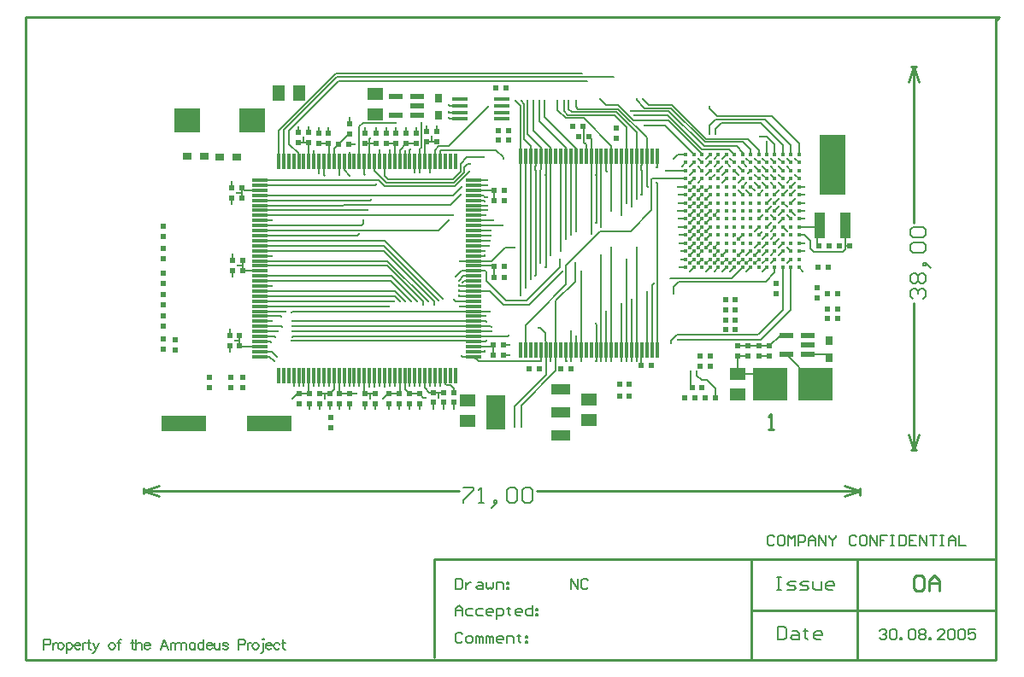
<source format=gtl>
%FSLAX42Y42*%
%MOMM*%
G71*
G01*
G75*
G04 Layer_Physical_Order=1*
%ADD10C,0.45*%
%ADD11R,0.30X1.60*%
%ADD12R,0.60X0.50*%
%ADD13R,0.50X0.60*%
%ADD14R,1.20X1.50*%
%ADD15R,1.50X1.20*%
%ADD16R,0.80X0.90*%
%ADD17R,1.60X0.30*%
%ADD18R,1.95X3.40*%
%ADD19R,1.95X1.10*%
%ADD20R,1.45X0.55*%
%ADD21R,0.90X0.80*%
%ADD22R,2.60X2.40*%
%ADD23R,1.00X2.50*%
%ADD24R,2.50X6.00*%
%ADD25R,3.50X3.20*%
%ADD26R,4.50X1.50*%
%ADD27R,1.50X0.35*%
%ADD28C,0.15*%
%ADD29C,0.25*%
%ADD30C,0.15*%
%ADD31C,0.13*%
%ADD32C,0.18*%
%ADD33C,0.30*%
%ADD34C,0.40*%
D10*
X7470Y4220D02*
D03*
X7550Y4300D02*
D03*
X7070Y4060D02*
D03*
X7310Y4380D02*
D03*
Y4300D02*
D03*
Y4220D02*
D03*
X7390Y4300D02*
D03*
X6830Y5180D02*
D03*
Y5100D02*
D03*
Y5020D02*
D03*
Y4940D02*
D03*
Y4860D02*
D03*
Y4780D02*
D03*
Y4700D02*
D03*
Y4620D02*
D03*
Y4540D02*
D03*
Y4460D02*
D03*
Y4380D02*
D03*
Y4300D02*
D03*
Y4220D02*
D03*
Y4140D02*
D03*
Y4060D02*
D03*
X6910Y5180D02*
D03*
Y5100D02*
D03*
Y5020D02*
D03*
Y4940D02*
D03*
Y4860D02*
D03*
Y4780D02*
D03*
Y4700D02*
D03*
Y4620D02*
D03*
Y4540D02*
D03*
Y4460D02*
D03*
Y4380D02*
D03*
Y4300D02*
D03*
Y4220D02*
D03*
Y4140D02*
D03*
Y4060D02*
D03*
X6990Y5180D02*
D03*
Y5100D02*
D03*
Y5020D02*
D03*
Y4940D02*
D03*
Y4860D02*
D03*
Y4780D02*
D03*
Y4700D02*
D03*
Y4620D02*
D03*
Y4540D02*
D03*
Y4460D02*
D03*
Y4380D02*
D03*
Y4300D02*
D03*
Y4220D02*
D03*
Y4140D02*
D03*
X6990Y4060D02*
D03*
X7070Y5180D02*
D03*
Y5100D02*
D03*
Y5020D02*
D03*
Y4940D02*
D03*
Y4860D02*
D03*
Y4780D02*
D03*
Y4700D02*
D03*
Y4620D02*
D03*
Y4540D02*
D03*
Y4460D02*
D03*
Y4380D02*
D03*
Y4300D02*
D03*
Y4220D02*
D03*
Y4140D02*
D03*
X7150Y5180D02*
D03*
Y5100D02*
D03*
Y5020D02*
D03*
Y4940D02*
D03*
Y4860D02*
D03*
Y4780D02*
D03*
Y4700D02*
D03*
Y4620D02*
D03*
Y4540D02*
D03*
Y4460D02*
D03*
Y4380D02*
D03*
Y4300D02*
D03*
Y4220D02*
D03*
Y4140D02*
D03*
Y4060D02*
D03*
X7230Y5180D02*
D03*
Y5100D02*
D03*
Y5020D02*
D03*
Y4940D02*
D03*
Y4860D02*
D03*
Y4780D02*
D03*
Y4700D02*
D03*
Y4620D02*
D03*
Y4540D02*
D03*
Y4460D02*
D03*
Y4380D02*
D03*
Y4300D02*
D03*
Y4220D02*
D03*
Y4140D02*
D03*
Y4060D02*
D03*
X7310Y5180D02*
D03*
Y5100D02*
D03*
Y5020D02*
D03*
Y4940D02*
D03*
Y4860D02*
D03*
Y4780D02*
D03*
Y4700D02*
D03*
Y4620D02*
D03*
Y4540D02*
D03*
Y4460D02*
D03*
Y4140D02*
D03*
Y4060D02*
D03*
X7390Y5180D02*
D03*
Y5100D02*
D03*
Y5020D02*
D03*
Y4940D02*
D03*
Y4860D02*
D03*
Y4780D02*
D03*
Y4700D02*
D03*
Y4620D02*
D03*
Y4540D02*
D03*
Y4460D02*
D03*
Y4380D02*
D03*
Y4220D02*
D03*
Y4140D02*
D03*
Y4060D02*
D03*
X7470Y5180D02*
D03*
Y5100D02*
D03*
Y5020D02*
D03*
Y4940D02*
D03*
Y4860D02*
D03*
Y4780D02*
D03*
Y4700D02*
D03*
Y4620D02*
D03*
Y4540D02*
D03*
Y4460D02*
D03*
Y4380D02*
D03*
Y4300D02*
D03*
Y4140D02*
D03*
Y4060D02*
D03*
X7550Y5180D02*
D03*
Y5100D02*
D03*
Y5020D02*
D03*
Y4940D02*
D03*
Y4860D02*
D03*
Y4780D02*
D03*
Y4700D02*
D03*
Y4620D02*
D03*
Y4540D02*
D03*
Y4460D02*
D03*
Y4380D02*
D03*
Y4220D02*
D03*
Y4140D02*
D03*
Y4060D02*
D03*
X7630Y5180D02*
D03*
Y5100D02*
D03*
Y5020D02*
D03*
Y4940D02*
D03*
Y4860D02*
D03*
Y4780D02*
D03*
Y4700D02*
D03*
Y4620D02*
D03*
Y4460D02*
D03*
Y4380D02*
D03*
Y4300D02*
D03*
Y4220D02*
D03*
Y4140D02*
D03*
Y4060D02*
D03*
X7710Y5180D02*
D03*
Y5100D02*
D03*
Y5020D02*
D03*
Y4940D02*
D03*
Y4860D02*
D03*
Y4780D02*
D03*
Y4700D02*
D03*
Y4620D02*
D03*
Y4540D02*
D03*
Y4460D02*
D03*
Y4380D02*
D03*
Y4300D02*
D03*
Y4220D02*
D03*
Y4140D02*
D03*
Y4060D02*
D03*
X7790Y5180D02*
D03*
Y5100D02*
D03*
Y5020D02*
D03*
Y4940D02*
D03*
Y4860D02*
D03*
Y4780D02*
D03*
Y4700D02*
D03*
Y4620D02*
D03*
Y4540D02*
D03*
Y4460D02*
D03*
Y4380D02*
D03*
Y4300D02*
D03*
Y4220D02*
D03*
Y4140D02*
D03*
Y4060D02*
D03*
X7870Y5180D02*
D03*
Y5100D02*
D03*
Y5020D02*
D03*
Y4940D02*
D03*
Y4860D02*
D03*
Y4780D02*
D03*
Y4700D02*
D03*
Y4540D02*
D03*
Y4460D02*
D03*
Y4380D02*
D03*
Y4300D02*
D03*
Y4220D02*
D03*
Y4140D02*
D03*
Y4060D02*
D03*
X7950Y5180D02*
D03*
Y5100D02*
D03*
Y5020D02*
D03*
Y4940D02*
D03*
Y4860D02*
D03*
Y4780D02*
D03*
Y4700D02*
D03*
Y4620D02*
D03*
Y4540D02*
D03*
Y4460D02*
D03*
Y4380D02*
D03*
Y4300D02*
D03*
Y4220D02*
D03*
Y4140D02*
D03*
Y4060D02*
D03*
X7630Y4540D02*
D03*
X7870Y4620D02*
D03*
D11*
X6493Y3240D02*
D03*
X3445Y5110D02*
D03*
X4545D02*
D03*
X4495D02*
D03*
X4445D02*
D03*
X4395D02*
D03*
X4345D02*
D03*
X4295D02*
D03*
X4245D02*
D03*
X4195D02*
D03*
X4145D02*
D03*
X4095D02*
D03*
X4045D02*
D03*
X3995D02*
D03*
X3945D02*
D03*
X3895D02*
D03*
X3845D02*
D03*
X3795D02*
D03*
X3745D02*
D03*
X3695D02*
D03*
X3645D02*
D03*
X3595D02*
D03*
X3545D02*
D03*
X3495D02*
D03*
X3395D02*
D03*
X3345D02*
D03*
X3295D02*
D03*
X3245D02*
D03*
X3195D02*
D03*
X3145D02*
D03*
X3095D02*
D03*
X3045D02*
D03*
X2995D02*
D03*
X2945D02*
D03*
X2895D02*
D03*
X2845D02*
D03*
X2795D02*
D03*
X4545Y2990D02*
D03*
X4495D02*
D03*
X4445D02*
D03*
X4395D02*
D03*
X4345D02*
D03*
X4295D02*
D03*
X4245D02*
D03*
X4195D02*
D03*
X4145D02*
D03*
X4095D02*
D03*
X4045D02*
D03*
X3995D02*
D03*
X3945D02*
D03*
X3895D02*
D03*
X3845D02*
D03*
X3795D02*
D03*
X3745D02*
D03*
X3695D02*
D03*
X3645D02*
D03*
X3595D02*
D03*
X3545D02*
D03*
X3495D02*
D03*
X3445D02*
D03*
X3395D02*
D03*
X3345D02*
D03*
X3295D02*
D03*
X3245D02*
D03*
X3195D02*
D03*
X3145D02*
D03*
X3095D02*
D03*
X3045D02*
D03*
X2995D02*
D03*
X2945D02*
D03*
X2895D02*
D03*
X2845D02*
D03*
X2795D02*
D03*
X5192Y3240D02*
D03*
X5242D02*
D03*
X5292D02*
D03*
X5342D02*
D03*
X5392D02*
D03*
X5442D02*
D03*
X5492D02*
D03*
X5542D02*
D03*
X5592D02*
D03*
X5642D02*
D03*
X5692D02*
D03*
X5742D02*
D03*
X5792D02*
D03*
X5842D02*
D03*
X5892D02*
D03*
X5942D02*
D03*
X5992D02*
D03*
X6042D02*
D03*
X6092D02*
D03*
X6142D02*
D03*
X6192D02*
D03*
X6242D02*
D03*
X6292D02*
D03*
X6342D02*
D03*
X6392D02*
D03*
X6443D02*
D03*
X6543D02*
D03*
X5192Y5160D02*
D03*
X5242D02*
D03*
X5292D02*
D03*
X5342D02*
D03*
X5392D02*
D03*
X5442D02*
D03*
X5492D02*
D03*
X5542D02*
D03*
X5592D02*
D03*
X5642D02*
D03*
X5692D02*
D03*
X5742D02*
D03*
X5792D02*
D03*
X5842D02*
D03*
X5892D02*
D03*
X5942D02*
D03*
X5992D02*
D03*
X6042D02*
D03*
X6092D02*
D03*
X6142D02*
D03*
X6192D02*
D03*
X6242D02*
D03*
X6292D02*
D03*
X6342D02*
D03*
X6392D02*
D03*
X6443D02*
D03*
X6493D02*
D03*
X6543D02*
D03*
D12*
X1650Y3350D02*
D03*
Y3250D02*
D03*
Y4250D02*
D03*
Y4150D02*
D03*
Y4470D02*
D03*
Y4370D02*
D03*
X7550Y3280D02*
D03*
Y3180D02*
D03*
X7440Y3180D02*
D03*
Y3280D02*
D03*
X7320Y3640D02*
D03*
Y3740D02*
D03*
X7220Y3740D02*
D03*
Y3640D02*
D03*
X6970Y3180D02*
D03*
Y3080D02*
D03*
X7070Y3180D02*
D03*
Y3080D02*
D03*
X2110Y2970D02*
D03*
Y2870D02*
D03*
X1770Y3340D02*
D03*
Y3240D02*
D03*
X7660Y3280D02*
D03*
Y3180D02*
D03*
X7340Y3180D02*
D03*
Y3280D02*
D03*
X7720Y3800D02*
D03*
Y3900D02*
D03*
X8130Y3860D02*
D03*
Y3760D02*
D03*
X6140Y5340D02*
D03*
Y5440D02*
D03*
X3100Y2810D02*
D03*
Y2710D02*
D03*
X3000Y2810D02*
D03*
Y2710D02*
D03*
X3750Y2810D02*
D03*
Y2710D02*
D03*
X3650Y2810D02*
D03*
Y2710D02*
D03*
X4430Y2820D02*
D03*
Y2720D02*
D03*
X4330Y2820D02*
D03*
Y2720D02*
D03*
X4260Y5310D02*
D03*
Y5410D02*
D03*
X4360Y5310D02*
D03*
Y5410D02*
D03*
X3650Y5290D02*
D03*
Y5390D02*
D03*
X3760Y5290D02*
D03*
Y5390D02*
D03*
X2990Y5300D02*
D03*
Y5400D02*
D03*
X3090Y5300D02*
D03*
Y5400D02*
D03*
X4530Y2820D02*
D03*
Y2720D02*
D03*
X4060Y5290D02*
D03*
Y5390D02*
D03*
X4160Y5290D02*
D03*
Y5390D02*
D03*
X3190Y5290D02*
D03*
Y5390D02*
D03*
X3290Y5290D02*
D03*
Y5390D02*
D03*
X3300Y2810D02*
D03*
Y2710D02*
D03*
X3200Y2810D02*
D03*
Y2710D02*
D03*
X4190Y2810D02*
D03*
Y2710D02*
D03*
X4090Y2810D02*
D03*
Y2710D02*
D03*
X3860Y5290D02*
D03*
Y5390D02*
D03*
X3960Y5290D02*
D03*
Y5390D02*
D03*
X3500Y5380D02*
D03*
Y5480D02*
D03*
X3500Y2810D02*
D03*
Y2710D02*
D03*
X3400Y2810D02*
D03*
Y2710D02*
D03*
X3990Y2810D02*
D03*
Y2710D02*
D03*
X3890Y2810D02*
D03*
Y2710D02*
D03*
X1650Y4000D02*
D03*
Y3900D02*
D03*
Y3580D02*
D03*
Y3480D02*
D03*
Y3790D02*
D03*
Y3690D02*
D03*
X2320Y2970D02*
D03*
Y2870D02*
D03*
X3310Y2470D02*
D03*
Y2570D02*
D03*
X2440Y2970D02*
D03*
Y2870D02*
D03*
D13*
X7220Y3540D02*
D03*
X7320D02*
D03*
X6270Y2900D02*
D03*
Y2780D02*
D03*
X6920Y2770D02*
D03*
X6820D02*
D03*
X6990Y2870D02*
D03*
X6890D02*
D03*
X7120Y2770D02*
D03*
X8230Y3550D02*
D03*
X8330D02*
D03*
X8230Y3650D02*
D03*
X8330D02*
D03*
X8230Y3800D02*
D03*
X8330D02*
D03*
X8450Y4270D02*
D03*
X8350D02*
D03*
X8150D02*
D03*
X8250D02*
D03*
X7020Y2770D02*
D03*
X5590Y3050D02*
D03*
X5690D02*
D03*
X8240Y4060D02*
D03*
X8140D02*
D03*
X7220Y3440D02*
D03*
X7320D02*
D03*
X2410Y3280D02*
D03*
X2310D02*
D03*
X2410Y3380D02*
D03*
X2310D02*
D03*
X4920Y3290D02*
D03*
X5020D02*
D03*
X4920Y3190D02*
D03*
X5020D02*
D03*
X4930Y4070D02*
D03*
X5030D02*
D03*
X4930Y3960D02*
D03*
X5030D02*
D03*
X4930Y4820D02*
D03*
X5030D02*
D03*
X4930Y4720D02*
D03*
X5030D02*
D03*
X2430Y4750D02*
D03*
X2330D02*
D03*
X2430Y4850D02*
D03*
X2330D02*
D03*
X2440Y4030D02*
D03*
X2340D02*
D03*
X2440Y4130D02*
D03*
X2340D02*
D03*
X3390Y5280D02*
D03*
X3490D02*
D03*
X4950Y5840D02*
D03*
X5050D02*
D03*
X5070Y5320D02*
D03*
X4970D02*
D03*
X5070Y5420D02*
D03*
X4970D02*
D03*
X5380Y3050D02*
D03*
X5280D02*
D03*
X5870Y5360D02*
D03*
X5770D02*
D03*
X5810Y5460D02*
D03*
X5710D02*
D03*
X6390Y3090D02*
D03*
X6490D02*
D03*
X6170Y2780D02*
D03*
Y2900D02*
D03*
D14*
X2800Y5790D02*
D03*
X3000D02*
D03*
D15*
X7340Y3000D02*
D03*
Y2800D02*
D03*
X4670Y2740D02*
D03*
Y2540D02*
D03*
X5870Y2550D02*
D03*
Y2750D02*
D03*
X3750Y5780D02*
D03*
Y5580D02*
D03*
D16*
X8250Y3160D02*
D03*
Y3330D02*
D03*
X4380Y5740D02*
D03*
Y5570D02*
D03*
D17*
X4730Y4125D02*
D03*
Y4025D02*
D03*
Y3975D02*
D03*
Y3875D02*
D03*
Y3825D02*
D03*
Y3775D02*
D03*
Y3725D02*
D03*
Y3675D02*
D03*
Y3625D02*
D03*
Y3525D02*
D03*
Y3475D02*
D03*
Y3425D02*
D03*
Y3375D02*
D03*
Y3325D02*
D03*
Y3225D02*
D03*
Y3175D02*
D03*
Y3275D02*
D03*
Y3575D02*
D03*
Y3925D02*
D03*
Y4075D02*
D03*
Y4225D02*
D03*
Y4575D02*
D03*
Y4825D02*
D03*
X2610Y3175D02*
D03*
Y3225D02*
D03*
Y3275D02*
D03*
Y3325D02*
D03*
Y3375D02*
D03*
Y3425D02*
D03*
Y3475D02*
D03*
Y3525D02*
D03*
Y3575D02*
D03*
Y3625D02*
D03*
Y3675D02*
D03*
Y3725D02*
D03*
Y3775D02*
D03*
Y3825D02*
D03*
Y3875D02*
D03*
Y3925D02*
D03*
Y3975D02*
D03*
Y4025D02*
D03*
Y4075D02*
D03*
Y4125D02*
D03*
Y4175D02*
D03*
Y4225D02*
D03*
Y4275D02*
D03*
Y4325D02*
D03*
Y4375D02*
D03*
Y4425D02*
D03*
Y4475D02*
D03*
Y4525D02*
D03*
Y4575D02*
D03*
Y4625D02*
D03*
Y4675D02*
D03*
Y4725D02*
D03*
Y4775D02*
D03*
Y4825D02*
D03*
Y4875D02*
D03*
Y4925D02*
D03*
X4730Y4175D02*
D03*
Y4275D02*
D03*
Y4325D02*
D03*
Y4375D02*
D03*
Y4425D02*
D03*
Y4475D02*
D03*
Y4525D02*
D03*
Y4625D02*
D03*
Y4675D02*
D03*
Y4725D02*
D03*
Y4775D02*
D03*
Y4875D02*
D03*
Y4925D02*
D03*
D18*
X4950Y2620D02*
D03*
D19*
X5590Y2850D02*
D03*
Y2620D02*
D03*
Y2390D02*
D03*
D20*
X3953Y5565D02*
D03*
Y5755D02*
D03*
X4167D02*
D03*
Y5660D02*
D03*
Y5565D02*
D03*
X8038Y3195D02*
D03*
Y3290D02*
D03*
Y3385D02*
D03*
X7822D02*
D03*
Y3195D02*
D03*
D21*
X2380Y5150D02*
D03*
X2210D02*
D03*
X2060Y5160D02*
D03*
X1890D02*
D03*
D22*
X2530Y5520D02*
D03*
X1890D02*
D03*
D23*
X8153Y4480D02*
D03*
X8407D02*
D03*
D24*
X8280Y5080D02*
D03*
D25*
X7665Y2900D02*
D03*
X8115D02*
D03*
D26*
X1855Y2510D02*
D03*
X2705D02*
D03*
D27*
X5008Y5532D02*
D03*
Y5598D02*
D03*
Y5662D02*
D03*
X4592Y5532D02*
D03*
Y5598D02*
D03*
Y5662D02*
D03*
X5008Y5728D02*
D03*
X4592D02*
D03*
D28*
X6342Y3133D02*
Y4258D01*
X6870Y4260D02*
X6910Y4300D01*
X6340Y4260D02*
X6342Y4258D01*
X6340Y3130D02*
X6342Y3133D01*
X5040Y4260D02*
X5130D01*
X4730Y4125D02*
X4905D01*
X6292Y3133D02*
Y3738D01*
X2935Y3625D02*
X4885D01*
X7190Y4020D02*
X7230Y4060D01*
X6290Y3740D02*
X6292Y3738D01*
X2920Y3610D02*
X2935Y3625D01*
X6242Y3133D02*
Y4138D01*
X4605Y4025D02*
X4840D01*
X6780Y4140D02*
X6830D01*
X6240Y4140D02*
X6242Y4138D01*
X5580Y4060D02*
Y4140D01*
X6240Y3130D02*
X6242Y3133D01*
X4550Y3970D02*
X4605Y4025D01*
X2935Y3525D02*
X4845D01*
X7270Y4100D02*
X7310Y4140D01*
X6190Y3242D02*
X6192Y3240D01*
Y3133D02*
Y3240D01*
X6190Y3130D02*
X6192Y3133D01*
X6190Y3242D02*
Y3700D01*
X4845Y3525D02*
X4850Y3520D01*
X2930Y3530D02*
X2935Y3525D01*
X6042Y3133D02*
Y3420D01*
X7350Y4100D02*
X7390Y4140D01*
X6042Y3450D02*
Y3617D01*
X6040Y3422D02*
Y3450D01*
Y3130D02*
X6042Y3133D01*
X4730Y3475D02*
X4895D01*
X5942Y3133D02*
Y3497D01*
X2935Y3425D02*
X4905D01*
X7430Y4020D02*
X7470Y4060D01*
X5940Y3130D02*
X5942Y3133D01*
X5792D02*
Y4017D01*
X4585Y3825D02*
X4890D01*
X6870Y4020D02*
X6910Y4060D01*
X5790Y3130D02*
X5792Y3133D01*
X4580Y3830D02*
X4585Y3825D01*
X5275Y3690D02*
X5603Y4017D01*
X2935Y3375D02*
X5065D01*
X7590Y4020D02*
X7630Y4060D01*
X5742Y3240D02*
Y3378D01*
X5065Y3375D02*
X5070Y3380D01*
X2930Y3370D02*
X2935Y3375D01*
X5692Y3133D02*
Y3428D01*
X5690Y3130D02*
X5692Y3133D01*
X4585Y3775D02*
X4730D01*
X4580Y3780D02*
X4585Y3775D01*
X5642Y3133D02*
Y3240D01*
Y3133D02*
X5645Y3130D01*
X4845Y3325D02*
X4850Y3330D01*
X4730Y3325D02*
X4845D01*
X5542Y3033D02*
Y3240D01*
X5200Y2480D02*
Y2690D01*
X5542Y3033D01*
X5442Y2992D02*
Y3240D01*
X7190Y4180D02*
X7230Y4220D01*
X5440Y3410D02*
X5442Y3240D01*
X5370Y3460D02*
X5390D01*
X4595Y3675D02*
X4730D01*
X5130Y2480D02*
Y2680D01*
X5442Y2992D01*
X5492Y3133D02*
Y3240D01*
X5490Y3130D02*
X5492Y3133D01*
X4835Y3225D02*
X4840Y3230D01*
X4730Y3225D02*
X4835D01*
X7510Y4180D02*
X7550Y4220D01*
X5392Y3127D02*
Y3240D01*
X4730Y3175D02*
X4778Y3127D01*
X5392D01*
X2945Y2885D02*
Y2990D01*
X2995Y2885D02*
Y2990D01*
X7750Y4180D02*
X7790Y4220D01*
X7070Y4940D02*
X7110Y4980D01*
X7350Y4820D02*
X7390Y4780D01*
X5842Y5160D02*
Y5278D01*
X5810Y5460D02*
X5820Y5450D01*
Y5300D02*
Y5450D01*
Y5300D02*
X5842Y5278D01*
X5892Y4392D02*
Y5338D01*
X6630Y5020D02*
X6830D01*
X6950Y4500D02*
X6990Y4540D01*
X7030Y4420D02*
X7070Y4460D01*
X4730Y4525D02*
X4925D01*
X5440Y4980D02*
X5442Y4983D01*
X6770Y4060D02*
X6830D01*
X5442Y4062D02*
Y4980D01*
X7030Y4500D02*
X7070Y4540D01*
X7030Y4580D02*
X7070Y4620D01*
X6420Y5470D02*
X6620D01*
X6910Y5180D01*
X5980Y5730D02*
X6040Y5670D01*
X6159D01*
X6309Y5520D01*
X4480Y5540D02*
X4488Y5532D01*
X4592D01*
X4482Y5598D02*
X4592D01*
X4480Y5600D02*
X4482Y5598D01*
X4480Y5670D02*
X4488Y5662D01*
X4592D01*
X4195Y5005D02*
Y5235D01*
X4210Y5250D02*
Y5490D01*
X4195Y5235D02*
X4210Y5250D01*
X4480Y5260D02*
X4870Y5650D01*
X4380Y5260D02*
X4480D01*
X4345Y5225D02*
X4380Y5260D01*
X4345Y5110D02*
Y5225D01*
X4395Y5225D02*
X4950D01*
X5020Y5140D02*
Y5155D01*
X4950Y5225D02*
X5020Y5155D01*
X4395Y5110D02*
Y5225D01*
X4540Y4870D02*
X4680Y5010D01*
X2610Y4925D02*
X3790D01*
X4531Y4900D02*
X4630Y4999D01*
X4670Y5090D02*
X4690D01*
X4630Y4999D02*
Y5050D01*
X3745Y5015D02*
Y5110D01*
X4630Y5050D02*
X4670Y5090D01*
X4660Y5150D02*
X4830D01*
X4598Y5008D02*
Y5088D01*
X3845Y4965D02*
Y5110D01*
X4520Y4930D02*
X4598Y5008D01*
Y5088D02*
X4660Y5150D01*
X4500Y4680D02*
X4600Y4780D01*
X2610Y4675D02*
X4250Y4679D01*
X4525Y4775D02*
X4610Y4860D01*
X2610Y4775D02*
X4525D01*
X3845Y4965D02*
X3880Y4930D01*
X4520D01*
X3860Y4900D02*
X4531D01*
X3745Y5015D02*
X3860Y4900D01*
X3790Y4925D02*
X3845Y4870D01*
X4540D01*
X3390Y5910D02*
X5850D01*
X2900Y5420D02*
X3390Y5910D01*
X2900Y5280D02*
Y5420D01*
X2845Y5426D02*
X3371Y5953D01*
X6112D01*
X2845Y5110D02*
Y5426D01*
X2795Y5415D02*
X3360Y5980D01*
X5800D01*
X2795Y5110D02*
Y5415D01*
X3630Y4490D02*
Y4530D01*
X3617Y4478D02*
X3630Y4490D01*
X2610Y4475D02*
X3617Y4478D01*
X3575Y4375D02*
X3590Y4390D01*
X2610Y4375D02*
X3575D01*
X2610Y4625D02*
X3675D01*
X3705Y4725D02*
X3710Y4730D01*
X2610Y4725D02*
X3705D01*
X3755Y4875D02*
X3760Y4880D01*
X2610Y4875D02*
X3755D01*
X3630Y5490D02*
X3960D01*
X3595Y5110D02*
Y5455D01*
X3630Y5490D01*
X3795Y5110D02*
Y5225D01*
X4045Y5110D02*
Y5225D01*
X3895Y5110D02*
Y5225D01*
X4095Y5225D02*
X4100Y5230D01*
X4095Y5110D02*
Y5225D01*
X3495Y5110D02*
Y5205D01*
X3445Y5025D02*
X3500Y4970D01*
X3445Y5025D02*
Y5110D01*
X3145D02*
Y5225D01*
X2995Y5110D02*
Y5185D01*
X2900Y5280D02*
X2995Y5185D01*
X7430Y4820D02*
X7470Y4780D01*
X7030Y4980D02*
X7070Y5020D01*
X7430Y5140D02*
X7470Y5100D01*
X6950Y5060D02*
X6990Y5020D01*
X7510Y4900D02*
X7550Y4860D01*
X7510Y4980D02*
X7550Y4940D01*
X6950Y5140D02*
X6990Y5100D01*
X7550Y5180D02*
Y5220D01*
X6400Y5730D02*
X6460Y5670D01*
X6320Y5570D02*
X6649D01*
X7260Y5230D02*
X7310Y5180D01*
X6280Y5610D02*
X6660D01*
X6309Y5520D02*
X6660D01*
X6500Y4940D02*
X6830D01*
X6490Y4930D02*
X6500Y4940D01*
X6490Y4630D02*
Y4930D01*
X5240Y3420D02*
Y3490D01*
Y3420D02*
X5242Y3417D01*
Y3240D02*
Y3417D01*
X6543Y5053D02*
Y5160D01*
X6870Y4820D02*
X6910Y4860D01*
X6540Y5050D02*
X6543Y5053D01*
X6870Y4900D02*
X6910Y4940D01*
X6540Y4900D02*
X6543Y4897D01*
Y3240D02*
Y4897D01*
X7430Y4100D02*
X7470Y4140D01*
X7030Y4820D02*
X7070Y4860D01*
X7590Y4900D02*
X7630Y4860D01*
X7590Y4980D02*
X7630Y4940D01*
X7670Y4900D02*
X7710Y4860D01*
X6420Y5640D02*
X6680D01*
X7470Y5180D02*
Y5230D01*
X6340Y5720D02*
Y5730D01*
Y5720D02*
X6420Y5640D01*
X6460Y5670D02*
X6690D01*
X7630Y5180D02*
Y5310D01*
X7560Y5360D02*
X7630D01*
X7710Y5180D02*
Y5280D01*
X7750Y4980D02*
X7790Y4940D01*
X7830Y5140D02*
X7870Y5100D01*
X7670Y5060D02*
X7710Y5020D01*
X7590Y5140D02*
X7630Y5100D01*
X7590Y5060D02*
X7630Y5020D01*
X7550Y4780D02*
X7590Y4820D01*
X7710Y4780D02*
X7750Y4820D01*
X7830Y5060D02*
X7870Y5020D01*
X7750Y5140D02*
X7790Y5100D01*
X7670Y4980D02*
X7710Y4940D01*
X7790Y4780D02*
X7830Y4820D01*
X7750Y5060D02*
X7790Y5020D01*
X7910Y5140D02*
X7950Y5100D01*
X7910Y4980D02*
X7950Y4940D01*
X7670Y5140D02*
X7710Y5100D01*
X7510Y5140D02*
X7550Y5100D01*
X7510Y5060D02*
X7550Y5020D01*
X7610Y5530D02*
X7870Y5270D01*
Y5180D02*
Y5270D01*
X7060Y5380D02*
Y5470D01*
X7120Y5530D01*
X7610D01*
X7180Y5490D02*
X7570D01*
X7790Y5180D02*
Y5270D01*
X7120Y5380D02*
Y5430D01*
X7180Y5490D01*
X7010Y5260D02*
X7330D01*
X6660Y5610D02*
X7010Y5260D01*
X7018Y5303D02*
X7397D01*
X6680Y5640D02*
X7018Y5303D01*
X7030Y5330D02*
X7440D01*
X6690Y5670D02*
X7030Y5330D01*
X6989Y5230D02*
X7260D01*
X6649Y5570D02*
X6989Y5230D01*
X7270Y5140D02*
X7310Y5100D01*
X7350Y5060D02*
X7390Y5020D01*
X6830Y5180D02*
Y5190D01*
X6750Y5180D02*
X6830D01*
X6710Y5140D02*
X6750Y5180D01*
X7390D02*
Y5200D01*
X7330Y5260D02*
X7390Y5200D01*
X7397Y5303D02*
X7470Y5230D01*
X7440Y5330D02*
X7550Y5220D01*
X6660Y5520D02*
X6990Y5190D01*
X7570Y5490D02*
X7790Y5270D01*
X6790Y5060D02*
X6830Y5100D01*
X6870Y5060D02*
X6910Y5100D01*
X6870Y4980D02*
X6910Y5020D01*
X6950Y4900D02*
X6990Y4940D01*
X7030Y5140D02*
X7070Y5180D01*
X7190Y4900D02*
X7230Y4940D01*
X7190Y4980D02*
X7230Y5020D01*
X7030Y5060D02*
X7070Y5100D01*
X7110Y5060D02*
X7150Y5100D01*
X7190Y5140D02*
X7230Y5180D01*
X7110Y5140D02*
X7150Y5180D01*
X7440Y4990D02*
X7470Y5020D01*
X7470Y4860D02*
X7510Y4820D01*
X7670Y4420D02*
X7710Y4460D01*
X7670Y4420D02*
X7670D01*
X7120Y2770D02*
Y2860D01*
X6940Y2990D02*
Y3030D01*
X7040Y2940D02*
X7120Y2860D01*
X6990Y2940D02*
X7040D01*
X6940Y2990D02*
X6990Y2940D01*
X6880Y2880D02*
X6890Y2870D01*
X7950Y4540D02*
X8000D01*
X7870Y4780D02*
X7910Y4820D01*
X7870Y4860D02*
X7910Y4900D01*
X7230Y5100D02*
X7270Y5060D01*
X7390Y5100D02*
X7430Y5060D01*
X2610Y4425D02*
X4375D01*
X4480Y4530D01*
X4450Y4580D02*
X4520D01*
X2610Y4575D02*
X4450Y4580D01*
X4250Y4680D02*
X4500D01*
X7630Y4700D02*
Y4700D01*
X7950Y4060D02*
X7990Y4020D01*
X7830Y4100D02*
X7870Y4140D01*
X7830Y4100D02*
X7830D01*
X7790Y4300D02*
X7790D01*
X7750Y4260D02*
X7790Y4300D01*
X7670Y4340D02*
X7710Y4380D01*
X7550Y4380D02*
X7590Y4420D01*
X7550Y4380D02*
Y4380D01*
X7630Y4380D02*
X7630D01*
X7590Y4340D02*
X7630Y4380D01*
X7630Y4300D02*
X7630D01*
X7590Y4260D02*
X7630Y4300D01*
X7710Y4380D02*
X7710D01*
X7670Y4500D02*
Y4500D01*
X7630Y4460D02*
X7670Y4500D01*
X7710Y4540D02*
X7710D01*
X7790Y4620D02*
X7790D01*
X7830Y4260D02*
X7870Y4220D01*
X7710Y4300D02*
X7750Y4340D01*
X7710Y4300D02*
Y4300D01*
X7790Y4460D02*
X7830Y4420D01*
X7830Y4580D02*
X7870Y4540D01*
X7630D02*
X7630D01*
X7550D02*
Y4540D01*
X7710Y4700D02*
Y4700D01*
X7870Y4860D02*
Y4860D01*
X8407Y4237D02*
Y4480D01*
Y4270D02*
X8450D01*
X7950Y4380D02*
X8000D01*
X8380Y4210D02*
X8407Y4237D01*
X8100Y4210D02*
X8380D01*
X8060Y4250D02*
X8100Y4210D01*
X8060Y4250D02*
Y4320D01*
X8000Y4380D02*
X8060Y4320D01*
X8133Y4460D02*
X8153Y4480D01*
X8133Y4287D02*
X8150Y4270D01*
X8133Y4287D02*
Y4460D01*
X7950D02*
X8133D01*
X7310Y4380D02*
X7310D01*
X7298Y4368D02*
X7310Y4380D01*
X2410Y3280D02*
Y3380D01*
X2360Y3330D02*
X2410D01*
X2440Y4030D02*
Y4130D01*
X2390Y4080D02*
X2440D01*
X2430Y4750D02*
Y4850D01*
X2380Y4800D02*
X2430D01*
X2990Y5300D02*
X3090D01*
X3040D02*
Y5350D01*
X3650Y5290D02*
X3760D01*
X3690Y5330D02*
X3700Y5340D01*
X3690Y5290D02*
Y5330D01*
Y5290D02*
X3695Y5285D01*
Y5110D02*
Y5285D01*
X4260Y5310D02*
X4360D01*
X4310D02*
Y5360D01*
X4930Y4720D02*
Y4820D01*
X4925Y4825D02*
X4930Y4820D01*
X4930Y4720D02*
X4930Y4720D01*
X4730Y4825D02*
X4925D01*
X4730Y4575D02*
X4845D01*
X4730Y4225D02*
X4835D01*
X4930Y3960D02*
Y4070D01*
X4730Y4075D02*
X4925D01*
X4930Y4070D02*
X4930Y4070D01*
X4925Y4075D02*
X4930Y4070D01*
X4635Y3925D02*
X4730D01*
X4620Y3910D02*
X4635Y3925D01*
X4730Y3575D02*
X4845D01*
X5020Y3190D02*
X5080D01*
X5020Y3290D02*
X5080D01*
X4920Y3190D02*
Y3290D01*
X4905Y3275D02*
X4920Y3290D01*
X4730Y3275D02*
X4905D01*
X4295Y2885D02*
Y2990D01*
X4145Y2885D02*
Y2990D01*
X2310Y3220D02*
Y3280D01*
X2310Y3380D02*
Y3440D01*
X2415Y3275D02*
X2610D01*
X2410Y3380D02*
X2410Y3380D01*
X2410Y3280D02*
X2415Y3275D01*
X2610Y3525D02*
X2725D01*
X2610Y3875D02*
X2725D01*
X2340Y3970D02*
Y4030D01*
Y3970D02*
X2340Y3970D01*
X2340Y4130D02*
Y4190D01*
X2445Y4025D02*
X2610D01*
X2440Y4030D02*
X2440Y4030D01*
X2440Y4030D02*
X2445Y4025D01*
X2610Y4175D02*
X2725D01*
X2610Y4525D02*
X2725D01*
X2330Y4690D02*
Y4750D01*
Y4850D02*
Y4910D01*
X2430Y4850D02*
X2455Y4825D01*
X2610D01*
X3345Y5235D02*
X3490Y5380D01*
X3500D01*
X3345Y5110D02*
Y5235D01*
X3490Y5280D02*
X3550D01*
X3500Y5480D02*
Y5540D01*
X4360Y5410D02*
Y5460D01*
X4260D02*
X4260Y5460D01*
Y5410D02*
Y5460D01*
X4060Y5290D02*
X4160D01*
X3995Y5225D02*
X4060Y5290D01*
X3995Y5110D02*
Y5225D01*
X3945Y5110D02*
Y5275D01*
X3860Y5290D02*
X3960D01*
X3945Y5275D02*
X3960Y5290D01*
X3295Y5110D02*
Y5285D01*
X3190Y5290D02*
X3290D01*
X3290Y5290D01*
X3295Y5285D01*
X3090Y5300D02*
X3095Y5295D01*
Y5110D02*
Y5295D01*
X2990Y5400D02*
Y5450D01*
X3090Y5400D02*
Y5450D01*
X3190Y5440D02*
X3190Y5440D01*
Y5390D02*
Y5440D01*
X3290Y5390D02*
Y5440D01*
X3650Y5390D02*
Y5440D01*
X3760Y5390D02*
Y5440D01*
X3860Y5390D02*
Y5440D01*
X3960Y5390D02*
Y5440D01*
X4160Y5390D02*
Y5440D01*
X4060Y5390D02*
Y5440D01*
X3195Y4995D02*
Y5110D01*
X4145Y5005D02*
Y5110D01*
X4245D02*
Y5295D01*
X4260Y5310D02*
X4260Y5310D01*
X4245Y5295D02*
X4260Y5310D01*
X4295Y5005D02*
Y5110D01*
X3295Y2885D02*
Y2990D01*
X3445Y2885D02*
Y2990D01*
X3495Y2885D02*
Y2990D01*
X3400Y2810D02*
X3570D01*
X3145Y2885D02*
Y2990D01*
X3245Y2885D02*
Y2990D01*
X3545Y2885D02*
Y2990D01*
X2930Y2760D02*
X2980Y2810D01*
X3595Y2885D02*
Y2990D01*
X3045Y2885D02*
Y2990D01*
X3195Y2885D02*
Y2990D01*
X3345Y2855D02*
Y2990D01*
X3200Y2810D02*
X3300D01*
X3300Y2810D02*
X3345Y2855D01*
X3300Y2810D02*
X3300Y2810D01*
X3250Y2760D02*
Y2810D01*
X3740Y2880D02*
Y2985D01*
X3695Y2885D02*
Y2990D01*
X3690Y2880D02*
X3695Y2885D01*
X3740Y2985D02*
X3745Y2990D01*
X3795Y2885D02*
Y2990D01*
X3845D02*
X3850Y2985D01*
Y2880D02*
Y2985D01*
X3895Y2885D02*
Y2990D01*
X3945Y2885D02*
Y2990D01*
X4395Y2885D02*
Y2990D01*
X4345Y2885D02*
Y2990D01*
X4195Y2885D02*
Y2990D01*
X4095Y2885D02*
Y2990D01*
X2980Y2810D02*
X3100D01*
Y2660D02*
Y2710D01*
X3200Y2660D02*
Y2710D01*
X3300Y2660D02*
Y2710D01*
Y2660D02*
X3300Y2660D01*
X3400Y2660D02*
Y2710D01*
X3500Y2660D02*
Y2710D01*
Y2660D02*
X3500Y2660D01*
X3650Y2810D02*
X3750D01*
X3700Y2760D02*
Y2810D01*
X3650Y2660D02*
Y2710D01*
X3650Y2660D02*
X3650Y2660D01*
X3750Y2660D02*
Y2710D01*
X3880Y2810D02*
X3990D01*
X3830Y2760D02*
X3880Y2810D01*
X4530Y2660D02*
Y2720D01*
X4430Y2660D02*
Y2720D01*
X4330Y2660D02*
Y2720D01*
X3890Y2660D02*
Y2710D01*
X3990Y2660D02*
Y2710D01*
X4090Y2660D02*
Y2710D01*
X4190Y2660D02*
Y2710D01*
X4290Y2820D02*
X4430D01*
X4380Y2770D02*
Y2820D01*
X4245Y2865D02*
Y2990D01*
X4230Y2770D02*
X4250D01*
X4190Y2810D02*
X4230Y2770D01*
X4090Y2810D02*
X4190D01*
X4530Y2820D02*
Y2860D01*
X4445Y2905D02*
Y2990D01*
X4500Y2890D02*
X4530Y2860D01*
X4460Y2890D02*
X4500D01*
X4445Y2905D02*
X4460Y2890D01*
X2705Y3175D02*
X2750Y3130D01*
X2610Y3175D02*
X2705D01*
X2725Y3225D02*
X2780Y3170D01*
X2610Y3225D02*
X2725D01*
X2715Y3325D02*
X2720Y3320D01*
X2610Y3325D02*
X2715D01*
X2755Y3375D02*
X2760Y3370D01*
X2610Y3375D02*
X2755D01*
X2785Y3425D02*
X2790Y3430D01*
X2610Y3425D02*
X2785D01*
X2825Y3475D02*
X2830Y3470D01*
X2610Y3475D02*
X2825D01*
X2815Y3575D02*
X2820Y3570D01*
X2610Y3575D02*
X2815D01*
X2855Y3625D02*
X2860Y3620D01*
X2610Y3625D02*
X2855D01*
X3885Y3675D02*
X3890Y3670D01*
X2610Y3675D02*
X3885D01*
X2610Y3725D02*
X3935D01*
X3945Y3775D02*
X4000Y3720D01*
X2610Y3775D02*
X3945D01*
X3945Y3825D02*
X4050Y3720D01*
X2610Y3825D02*
X3945D01*
X3905Y3925D02*
X4110Y3720D01*
X2610Y3925D02*
X3905D01*
X3915Y3975D02*
X4170Y3720D01*
X2610Y3975D02*
X3915D01*
X4230Y3690D02*
Y3720D01*
X2610Y4075D02*
X3875D01*
X3875Y4125D02*
X4280Y3720D01*
X2610Y4125D02*
X3875D01*
X4340Y3690D02*
Y3720D01*
X2610Y4225D02*
X3835D01*
X3835Y4275D02*
X4380Y3730D01*
X2610Y4275D02*
X3835D01*
X3845Y4325D02*
X4420Y3750D01*
X2610Y4325D02*
X3845D01*
X4245Y2865D02*
X4290Y2820D01*
X4045Y2855D02*
Y2990D01*
Y2855D02*
X4090Y2810D01*
X3995Y2815D02*
Y2990D01*
X3990Y2810D02*
X3995Y2815D01*
X3750Y2810D02*
X3750Y2810D01*
X3645Y2815D02*
Y2990D01*
Y2815D02*
X3650Y2810D01*
X3395Y2815D02*
X3400Y2810D01*
X3395Y2815D02*
Y2990D01*
X3095Y2815D02*
Y2990D01*
Y2815D02*
X3100Y2810D01*
X5592Y5022D02*
Y5160D01*
X6443Y4867D02*
Y5347D01*
X6750Y4860D02*
X6830D01*
X6443Y4867D02*
X6450Y4860D01*
X5740Y5650D02*
Y5710D01*
X6342Y4742D02*
Y5397D01*
X6870Y4740D02*
X6910Y4780D01*
X6340Y4740D02*
X6342Y4742D01*
X5670Y5630D02*
Y5710D01*
X6242Y4703D02*
Y5450D01*
X6760Y4700D02*
X6830D01*
X6240Y4700D02*
X6242Y4703D01*
X5620Y5610D02*
Y5710D01*
X6092Y4622D02*
Y5267D01*
X6750Y4620D02*
X6830D01*
X6090Y4620D02*
X6092Y4622D01*
X5560Y5620D02*
Y5710D01*
X5430Y5550D02*
Y5710D01*
X5640Y4340D02*
Y5250D01*
X5380Y5510D02*
X5640Y5250D01*
X6870Y4340D02*
X6910Y4380D01*
X5380Y5510D02*
Y5710D01*
X4730Y4725D02*
X4825D01*
X4840Y4710D01*
X5492Y5033D02*
Y5247D01*
X5320Y5420D02*
Y5710D01*
X5392Y5033D02*
Y5247D01*
X5260Y5380D02*
Y5710D01*
X5292Y3942D02*
Y5267D01*
X7030Y4100D02*
X7070Y4140D01*
X5200Y5710D02*
X5230Y5680D01*
X4730Y4375D02*
X4895D01*
X5192Y3783D02*
Y5658D01*
X7190Y4100D02*
X7230Y4140D01*
X5140Y5710D02*
X5192Y5658D01*
X5190Y3780D02*
X5192Y3783D01*
X4730Y4275D02*
X4875D01*
X5740Y5650D02*
X5760Y5630D01*
X6160D01*
X6443Y5347D01*
X5670Y5630D02*
X5700Y5600D01*
X6140D01*
X6342Y5397D01*
X6122Y5570D02*
X6242Y5450D01*
X5620Y5610D02*
X5660Y5570D01*
X6122D01*
X5560Y5620D02*
X5640Y5540D01*
X5820D01*
X6092Y5267D01*
X5870Y5360D02*
X5892Y5338D01*
X5742Y4422D02*
Y5238D01*
X5740Y5158D02*
X5742Y5160D01*
X6870Y4420D02*
X6910Y4460D01*
X5740Y4420D02*
X5742Y4422D01*
X4730Y4875D02*
X4865D01*
X5430Y5550D02*
X5742Y5238D01*
X5640Y5158D02*
X5642Y5160D01*
X5490Y5158D02*
X5492Y5160D01*
X5320Y5420D02*
X5492Y5247D01*
X5390Y5158D02*
X5392Y5160D01*
X5260Y5380D02*
X5392Y5247D01*
X5290Y5158D02*
X5292Y5160D01*
X5230Y5330D02*
Y5680D01*
Y5330D02*
X5292Y5267D01*
X5240Y5158D02*
X5242Y5160D01*
X5190Y5158D02*
X5192Y5160D01*
X7550Y3180D02*
X7660D01*
X7340Y3180D02*
X7440D01*
X7340Y3000D02*
Y3180D01*
Y3000D02*
X7565D01*
X7665Y2900D01*
X8215Y3195D02*
X8250Y3160D01*
X8038Y3195D02*
X8215D01*
X8115Y2900D02*
Y2905D01*
X7822Y3195D02*
X7825D01*
X8115Y2905D01*
X7765Y3385D02*
X7822D01*
X7340Y3280D02*
X7440D01*
X7440Y3280D01*
X7550D01*
X7660D01*
X7765Y3385D01*
X7550Y4460D02*
X7550D01*
X7710Y4780D02*
Y4780D01*
X7790Y4780D02*
Y4780D01*
X6990Y5180D02*
Y5190D01*
X7950Y5180D02*
Y5290D01*
X7060Y5640D02*
Y5650D01*
X7630Y5360D02*
X7710Y5280D01*
X7060Y5640D02*
X7140Y5560D01*
X7680D01*
X7950Y5290D01*
X7950Y5100D02*
X7950D01*
X3875Y4075D02*
X4230Y3720D01*
X3835Y4225D02*
X4340Y3720D01*
X2920Y3330D02*
X4725D01*
X2930Y3480D02*
X4725D01*
X7670Y4180D02*
X7710Y4220D01*
X6950Y4740D02*
X6990Y4780D01*
X6760Y3920D02*
X7620D01*
X6710Y3870D02*
X6760Y3920D01*
X7790Y4220D02*
X7790D01*
X7620Y3920D02*
X7710Y4010D01*
X7710Y4220D02*
X7710D01*
X7630D02*
X7630D01*
X7710Y4140D02*
X7710D01*
X6390Y3238D02*
X6392Y3240D01*
X6390Y3090D02*
Y3238D01*
X5740Y5040D02*
Y5158D01*
X7070Y4140D02*
X7070D01*
X7150D02*
X7150D01*
X7230D02*
X7230D01*
X7310D02*
X7310D01*
X7390D02*
X7390D01*
X7150Y4220D02*
X7150D01*
X7230D02*
X7230D01*
X7390D02*
X7390D01*
X7070Y4300D02*
X7070D01*
X7150D02*
X7150D01*
X7550Y4220D02*
X7550D01*
X7470Y4140D02*
X7470D01*
X7550D02*
X7550D01*
X7390Y4380D02*
X7390D01*
X7630Y4140D02*
X7630D01*
X6760Y4540D02*
X6830D01*
X6910Y4060D02*
X6910D01*
X7150D02*
X7150D01*
X7230D02*
X7230D01*
X7310D02*
X7310D01*
X7390D02*
X7390D01*
X7470D02*
X7470D01*
X7630D02*
X7630D01*
X6190Y5158D02*
X6192Y5160D01*
X5340Y5158D02*
X5342Y5160D01*
X7030Y4260D02*
X7070Y4300D01*
X7350Y4180D02*
X7390Y4220D01*
X5640Y4080D02*
X5980Y4420D01*
X6280D01*
X6490Y4630D01*
X6443Y3240D02*
Y3817D01*
X7110Y4020D02*
X7150Y4060D01*
X5990Y4460D02*
X5992Y4462D01*
X6760Y4460D02*
X6830D01*
X5992Y4462D02*
Y5160D01*
X4725Y3480D02*
X4730Y3475D01*
X4725Y3330D02*
X4730Y3325D01*
X3245Y4975D02*
Y5110D01*
Y4975D02*
X3250Y4970D01*
X3395Y4985D02*
Y5110D01*
Y4985D02*
X3400Y4980D01*
X3645Y4985D02*
X3650Y4980D01*
X3645Y4985D02*
Y5110D01*
X7790Y4540D02*
X7790D01*
X6950Y4340D02*
X6990Y4380D01*
X7030Y4340D02*
X7070Y4380D01*
X7110Y4580D02*
X7150Y4620D01*
X6950Y4580D02*
X6990Y4620D01*
X7110Y4260D02*
X7150Y4300D01*
X4825Y4775D02*
X4840Y4760D01*
X7030Y4740D02*
X7070Y4780D01*
X6950Y4820D02*
X6990Y4860D01*
X7030Y4660D02*
X7070Y4700D01*
X6950Y4660D02*
X6990Y4700D01*
X4615Y3175D02*
X4730D01*
X4610Y3180D02*
X4615Y3175D01*
X6710Y3800D02*
Y3870D01*
X7710Y4010D02*
Y4060D01*
X5240Y3490D02*
X5350Y3600D01*
Y3600D02*
X5640Y3890D01*
Y4080D01*
X5390Y3460D02*
X5440Y3410D01*
X7570Y3340D02*
X7870Y3640D01*
X6040Y3422D02*
X6042Y3420D01*
X6680Y3310D02*
Y3330D01*
X7555Y3405D02*
X7790Y3640D01*
X6740Y3390D02*
X7540D01*
X7540D02*
X7555Y3405D01*
X7790Y3640D02*
Y4060D01*
X6680Y3330D02*
X6740Y3390D01*
X6750Y3340D02*
X7570D01*
X7870Y3640D02*
Y4060D01*
X6950Y4420D02*
X6990Y4460D01*
X7350Y4340D02*
X7390Y4380D01*
X7590Y4100D02*
X7630Y4140D01*
X6670Y3950D02*
X7280D01*
X7390Y4060D01*
X7590Y4180D02*
X7630Y4220D01*
X7510Y4100D02*
X7550Y4140D01*
X7670Y4100D02*
X7710Y4140D01*
X7510Y4420D02*
X7550Y4460D01*
X6770Y4300D02*
X6830D01*
X4840Y4025D02*
X4850Y4015D01*
X5025Y3690D02*
X5275D01*
X4890Y3825D02*
X5025Y3690D01*
X5540Y3730D02*
X5730Y3920D01*
X5540Y3460D02*
Y3730D01*
X4835Y4175D02*
X4840Y4180D01*
X7270Y4020D02*
X7310Y4060D01*
X4730Y4175D02*
X4835D01*
X5050Y3730D02*
X5250D01*
X4850Y3930D02*
X5050Y3730D01*
X4850Y3930D02*
Y4015D01*
X5250Y3730D02*
X5580Y4060D01*
X4905Y4125D02*
X5040Y4260D01*
X4590Y4120D02*
X4725D01*
X4730Y4125D01*
Y4475D02*
X5015D01*
X6870Y4100D02*
X6910Y4140D01*
X5390Y4100D02*
Y5030D01*
X4730Y4325D02*
X4885D01*
X7110Y4100D02*
X7150Y4140D01*
X5240Y3860D02*
Y5158D01*
X4730Y4425D02*
X4895D01*
X5342Y3983D02*
Y5030D01*
Y5070D02*
Y5160D01*
X5340Y5030D02*
Y5067D01*
X5342Y5070D01*
X6950Y4100D02*
X6990Y4140D01*
X5442Y4983D02*
Y5022D01*
Y5030D02*
Y5160D01*
X5690Y5047D02*
X5692Y5050D01*
X6192Y5080D02*
Y5160D01*
X6190Y5078D02*
X6192Y5080D01*
X5940Y5158D02*
X5942Y5160D01*
X6192Y4583D02*
Y5040D01*
X6190D02*
Y5078D01*
X6870Y4580D02*
X6910Y4620D01*
X6392Y4783D02*
Y5030D01*
Y5080D02*
Y5160D01*
X6390Y5030D02*
Y5078D01*
X6760Y4780D02*
X6830D01*
X6390Y5078D02*
X6392Y5080D01*
X6292Y4662D02*
Y5030D01*
Y5070D02*
Y5160D01*
X6870Y4660D02*
X6910Y4700D01*
X6290Y5030D02*
Y5067D01*
X6292Y5070D01*
X6042Y5017D02*
X6050Y5010D01*
X6042Y5017D02*
Y5160D01*
X4730Y4925D02*
X4865D01*
X5942Y4503D02*
Y4980D01*
X6870Y4500D02*
X6910Y4540D01*
X5940Y4980D02*
X5942Y4983D01*
Y5160D01*
X4840Y4760D02*
X4860D01*
X4730Y4775D02*
X4825D01*
X6770Y4380D02*
X6830D01*
X5692Y5050D02*
Y5160D01*
X5690Y4380D02*
Y5047D01*
X4730Y4675D02*
X4865D01*
X6780Y4220D02*
X6830D01*
X5590D02*
Y5020D01*
X4730Y4625D02*
X4865D01*
X6870Y4180D02*
X6910Y4220D01*
X5490Y4180D02*
Y5030D01*
X7830Y4900D02*
X7870Y4940D01*
X7950Y4860D02*
X8000D01*
X7750Y4900D02*
X7790Y4860D01*
X7950Y4780D02*
X8000D01*
X7950Y4700D02*
X8000D01*
X7950Y4300D02*
X8000D01*
X7950Y4620D02*
X8000D01*
X7710Y4700D02*
X7750Y4740D01*
X7630Y4620D02*
X7670Y4660D01*
X7550Y4540D02*
X7590Y4580D01*
X7790Y4700D02*
X7830Y4660D01*
X7630Y4700D02*
X7670Y4740D01*
X7870Y4700D02*
X7910Y4740D01*
Y4740D01*
X7870Y4620D02*
X7910Y4580D01*
X7750Y4580D02*
X7790Y4620D01*
X6880Y2880D02*
Y3030D01*
X7670Y4580D02*
X7710Y4540D01*
X7750Y4500D02*
X7790Y4540D01*
X7950Y4220D02*
X8000D01*
X7710Y4620D02*
X7750Y4660D01*
Y4660D01*
X7150Y5020D02*
X7190Y5060D01*
X7350Y4900D02*
X7390Y4940D01*
X7390Y4860D02*
X7430Y4900D01*
X7310Y5020D02*
X7350Y4980D01*
X6493Y3240D02*
Y3883D01*
X6510Y3900D01*
X7030Y4020D02*
X7070Y4060D01*
X7510Y4260D02*
X7550Y4300D01*
X7510Y4260D02*
X7510D01*
X7430Y4180D02*
X7470Y4220D01*
X7430Y4180D02*
X7430D01*
X4580Y3930D02*
X4625Y3975D01*
X4730D01*
X6090Y3130D02*
X6092Y3133D01*
X6950Y4260D02*
X6990Y4300D01*
X6092Y3133D02*
Y4258D01*
X4585Y3875D02*
X4730D01*
X5990Y3130D02*
X5992Y3133D01*
X6950Y4180D02*
X6990Y4220D01*
X5992Y3133D02*
Y4178D01*
X4530Y3740D02*
X4545Y3725D01*
X5540Y3460D02*
X5542Y3240D01*
X4545Y3725D02*
X4730D01*
X7110Y4180D02*
X7150Y4220D01*
X5730Y3920D02*
Y4100D01*
D29*
X7650Y2450D02*
X7701D01*
X7675D01*
Y2602D01*
X7650Y2577D01*
X9060Y6051D02*
X9115D01*
X9065Y2251D02*
X9110D01*
X9090Y4502D02*
Y6051D01*
Y2251D02*
Y3710D01*
X9039Y5898D02*
X9090Y6051D01*
X9141Y5898D01*
X9090Y2251D02*
X9141Y2403D01*
X9039D02*
X9090Y2251D01*
X1457Y1815D02*
Y1865D01*
X8557Y1800D02*
Y1865D01*
X1457Y1840D02*
X4583D01*
X5350D02*
X8557D01*
X1457D02*
X1610Y1789D01*
X1457Y1840D02*
X1610Y1891D01*
X8405D02*
X8557Y1840D01*
X8405Y1789D02*
X8557Y1840D01*
X8530Y170D02*
Y1170D01*
X7480Y660D02*
X9900D01*
X7480Y180D02*
Y1170D01*
X4340Y190D02*
Y1170D01*
X9900D01*
Y170D02*
Y6540D01*
Y6510D02*
X9930Y6540D01*
X290D02*
X9930D01*
X290Y170D02*
Y6540D01*
Y170D02*
X9900D01*
X9090Y977D02*
X9115Y1002D01*
X9166D01*
X9192Y977D01*
Y875D01*
X9166Y850D01*
X9115D01*
X9090Y875D01*
Y977D01*
X9242Y850D02*
Y952D01*
X9293Y1002D01*
X9344Y952D01*
Y850D01*
Y926D01*
X9242D01*
D30*
X9078Y3751D02*
X9053Y3776D01*
Y3827D01*
X9078Y3852D01*
X9104D01*
X9129Y3827D01*
Y3801D01*
Y3827D01*
X9155Y3852D01*
X9180D01*
X9205Y3827D01*
Y3776D01*
X9180Y3751D01*
X9078Y3903D02*
X9053Y3928D01*
Y3979D01*
X9078Y4005D01*
X9104D01*
X9129Y3979D01*
X9155Y4005D01*
X9180D01*
X9205Y3979D01*
Y3928D01*
X9180Y3903D01*
X9155D01*
X9129Y3928D01*
X9104Y3903D01*
X9078D01*
X9129Y3928D02*
Y3979D01*
X9231Y4081D02*
X9205Y4106D01*
X9180D01*
Y4081D01*
X9205D01*
Y4106D01*
X9231Y4081D01*
X9256Y4055D01*
X9078Y4208D02*
X9053Y4233D01*
Y4284D01*
X9078Y4309D01*
X9180D01*
X9205Y4284D01*
Y4233D01*
X9180Y4208D01*
X9078D01*
Y4360D02*
X9053Y4385D01*
Y4436D01*
X9078Y4462D01*
X9180D01*
X9205Y4436D01*
Y4385D01*
X9180Y4360D01*
X9078D01*
X4624Y1876D02*
X4725D01*
Y1850D01*
X4624Y1749D01*
Y1723D01*
X4776D02*
X4827D01*
X4802D01*
Y1876D01*
X4776Y1850D01*
X4928Y1698D02*
X4954Y1723D01*
Y1749D01*
X4928D01*
Y1723D01*
X4954D01*
X4928Y1698D01*
X4903Y1672D01*
X5055Y1850D02*
X5081Y1876D01*
X5132D01*
X5157Y1850D01*
Y1749D01*
X5132Y1723D01*
X5081D01*
X5055Y1749D01*
Y1850D01*
X5208D02*
X5233Y1876D01*
X5284D01*
X5309Y1850D01*
Y1749D01*
X5284Y1723D01*
X5233D01*
X5208Y1749D01*
Y1850D01*
D31*
X8750Y455D02*
X8767Y472D01*
X8801D01*
X8818Y455D01*
Y438D01*
X8801Y421D01*
X8784D01*
X8801D01*
X8818Y404D01*
Y387D01*
X8801Y370D01*
X8767D01*
X8750Y387D01*
X8852Y455D02*
X8868Y472D01*
X8902D01*
X8919Y455D01*
Y387D01*
X8902Y370D01*
X8868D01*
X8852Y387D01*
Y455D01*
X8953Y370D02*
Y387D01*
X8970D01*
Y370D01*
X8953D01*
X9038Y455D02*
X9055Y472D01*
X9089D01*
X9105Y455D01*
Y387D01*
X9089Y370D01*
X9055D01*
X9038Y387D01*
Y455D01*
X9139D02*
X9156Y472D01*
X9190D01*
X9207Y455D01*
Y438D01*
X9190Y421D01*
X9207Y404D01*
Y387D01*
X9190Y370D01*
X9156D01*
X9139Y387D01*
Y404D01*
X9156Y421D01*
X9139Y438D01*
Y455D01*
X9156Y421D02*
X9190D01*
X9241Y370D02*
Y387D01*
X9258D01*
Y370D01*
X9241D01*
X9393D02*
X9326D01*
X9393Y438D01*
Y455D01*
X9376Y472D01*
X9342D01*
X9326Y455D01*
X9427D02*
X9444Y472D01*
X9478D01*
X9495Y455D01*
Y387D01*
X9478Y370D01*
X9444D01*
X9427Y387D01*
Y455D01*
X9529D02*
X9546Y472D01*
X9579D01*
X9596Y455D01*
Y387D01*
X9579Y370D01*
X9546D01*
X9529Y387D01*
Y455D01*
X9698Y472D02*
X9630D01*
Y421D01*
X9664Y438D01*
X9681D01*
X9698Y421D01*
Y387D01*
X9681Y370D01*
X9647D01*
X9630Y387D01*
X5690Y870D02*
Y972D01*
X5758Y870D01*
Y972D01*
X5859Y955D02*
X5842Y972D01*
X5808D01*
X5792Y955D01*
Y887D01*
X5808Y870D01*
X5842D01*
X5859Y887D01*
X470Y318D02*
X514D01*
X528Y323D01*
X533Y328D01*
X538Y338D01*
Y352D01*
X533Y362D01*
X528Y367D01*
X514Y372D01*
X470D01*
Y270D01*
X560Y338D02*
Y270D01*
Y309D02*
X565Y323D01*
X575Y333D01*
X585Y338D01*
X599D01*
X633D02*
X623Y333D01*
X613Y323D01*
X608Y309D01*
Y299D01*
X613Y285D01*
X623Y275D01*
X633Y270D01*
X647D01*
X657Y275D01*
X666Y285D01*
X671Y299D01*
Y309D01*
X666Y323D01*
X657Y333D01*
X647Y338D01*
X633D01*
X693D02*
Y236D01*
Y323D02*
X703Y333D01*
X713Y338D01*
X727D01*
X737Y333D01*
X747Y323D01*
X752Y309D01*
Y299D01*
X747Y285D01*
X737Y275D01*
X727Y270D01*
X713D01*
X703Y275D01*
X693Y285D01*
X773Y309D02*
X831D01*
Y318D01*
X826Y328D01*
X822Y333D01*
X812Y338D01*
X797D01*
X788Y333D01*
X778Y323D01*
X773Y309D01*
Y299D01*
X778Y285D01*
X788Y275D01*
X797Y270D01*
X812D01*
X822Y275D01*
X831Y285D01*
X853Y338D02*
Y270D01*
Y309D02*
X858Y323D01*
X868Y333D01*
X877Y338D01*
X892D01*
X915Y372D02*
Y289D01*
X920Y275D01*
X930Y270D01*
X940D01*
X901Y338D02*
X935D01*
X959D02*
X988Y270D01*
X1017Y338D02*
X988Y270D01*
X978Y251D01*
X969Y241D01*
X959Y236D01*
X954D01*
X1138Y338D02*
X1128Y333D01*
X1119Y323D01*
X1114Y309D01*
Y299D01*
X1119Y285D01*
X1128Y275D01*
X1138Y270D01*
X1153D01*
X1162Y275D01*
X1172Y285D01*
X1177Y299D01*
Y309D01*
X1172Y323D01*
X1162Y333D01*
X1153Y338D01*
X1138D01*
X1238Y372D02*
X1228D01*
X1218Y367D01*
X1213Y352D01*
Y270D01*
X1199Y338D02*
X1233D01*
X1346Y372D02*
Y289D01*
X1351Y275D01*
X1361Y270D01*
X1371D01*
X1332Y338D02*
X1366D01*
X1385Y372D02*
Y270D01*
Y318D02*
X1400Y333D01*
X1409Y338D01*
X1424D01*
X1434Y333D01*
X1438Y318D01*
Y270D01*
X1465Y309D02*
X1523D01*
Y318D01*
X1518Y328D01*
X1513Y333D01*
X1504Y338D01*
X1489D01*
X1479Y333D01*
X1470Y323D01*
X1465Y309D01*
Y299D01*
X1470Y285D01*
X1479Y275D01*
X1489Y270D01*
X1504D01*
X1513Y275D01*
X1523Y285D01*
X1702Y270D02*
X1663Y372D01*
X1625Y270D01*
X1639Y304D02*
X1687D01*
X1726Y338D02*
Y270D01*
Y309D02*
X1731Y323D01*
X1740Y333D01*
X1750Y338D01*
X1764D01*
X1774D02*
Y270D01*
Y318D02*
X1788Y333D01*
X1798Y338D01*
X1812D01*
X1822Y333D01*
X1827Y318D01*
Y270D01*
Y318D02*
X1841Y333D01*
X1851Y338D01*
X1865D01*
X1875Y333D01*
X1880Y318D01*
Y270D01*
X1970Y338D02*
Y270D01*
Y323D02*
X1960Y333D01*
X1951Y338D01*
X1936D01*
X1926Y333D01*
X1917Y323D01*
X1912Y309D01*
Y299D01*
X1917Y285D01*
X1926Y275D01*
X1936Y270D01*
X1951D01*
X1960Y275D01*
X1970Y285D01*
X2055Y372D02*
Y270D01*
Y323D02*
X2045Y333D01*
X2036Y338D01*
X2021D01*
X2012Y333D01*
X2002Y323D01*
X1997Y309D01*
Y299D01*
X2002Y285D01*
X2012Y275D01*
X2021Y270D01*
X2036D01*
X2045Y275D01*
X2055Y285D01*
X2082Y309D02*
X2140D01*
Y318D01*
X2135Y328D01*
X2131Y333D01*
X2121Y338D01*
X2106D01*
X2097Y333D01*
X2087Y323D01*
X2082Y309D01*
Y299D01*
X2087Y285D01*
X2097Y275D01*
X2106Y270D01*
X2121D01*
X2131Y275D01*
X2140Y285D01*
X2162Y338D02*
Y289D01*
X2167Y275D01*
X2177Y270D01*
X2191D01*
X2201Y275D01*
X2215Y289D01*
Y338D02*
Y270D01*
X2295Y323D02*
X2290Y333D01*
X2276Y338D01*
X2261D01*
X2247Y333D01*
X2242Y323D01*
X2247Y314D01*
X2256Y309D01*
X2281Y304D01*
X2290Y299D01*
X2295Y289D01*
Y285D01*
X2290Y275D01*
X2276Y270D01*
X2261D01*
X2247Y275D01*
X2242Y285D01*
X2396Y318D02*
X2440D01*
X2454Y323D01*
X2459Y328D01*
X2464Y338D01*
Y352D01*
X2459Y362D01*
X2454Y367D01*
X2440Y372D01*
X2396D01*
Y270D01*
X2487Y338D02*
Y270D01*
Y309D02*
X2491Y323D01*
X2501Y333D01*
X2511Y338D01*
X2525D01*
X2559D02*
X2549Y333D01*
X2539Y323D01*
X2534Y309D01*
Y299D01*
X2539Y285D01*
X2549Y275D01*
X2559Y270D01*
X2573D01*
X2583Y275D01*
X2592Y285D01*
X2597Y299D01*
Y309D01*
X2592Y323D01*
X2583Y333D01*
X2573Y338D01*
X2559D01*
X2639Y372D02*
X2644Y367D01*
X2649Y372D01*
X2644Y376D01*
X2639Y372D01*
X2644Y338D02*
Y255D01*
X2639Y241D01*
X2629Y236D01*
X2620D01*
X2667Y309D02*
X2726D01*
Y318D01*
X2721Y328D01*
X2716Y333D01*
X2706Y338D01*
X2692D01*
X2682Y333D01*
X2672Y323D01*
X2667Y309D01*
Y299D01*
X2672Y285D01*
X2682Y275D01*
X2692Y270D01*
X2706D01*
X2716Y275D01*
X2726Y285D01*
X2805Y323D02*
X2796Y333D01*
X2786Y338D01*
X2771D01*
X2762Y333D01*
X2752Y323D01*
X2747Y309D01*
Y299D01*
X2752Y285D01*
X2762Y275D01*
X2771Y270D01*
X2786D01*
X2796Y275D01*
X2805Y285D01*
X2842Y372D02*
Y289D01*
X2846Y275D01*
X2856Y270D01*
X2866D01*
X2827Y338D02*
X2861D01*
X4550Y610D02*
Y678D01*
X4584Y712D01*
X4618Y678D01*
Y610D01*
Y661D01*
X4550D01*
X4719Y678D02*
X4668D01*
X4652Y661D01*
Y627D01*
X4668Y610D01*
X4719D01*
X4821Y678D02*
X4770D01*
X4753Y661D01*
Y627D01*
X4770Y610D01*
X4821D01*
X4905D02*
X4872D01*
X4855Y627D01*
Y661D01*
X4872Y678D01*
X4905D01*
X4922Y661D01*
Y644D01*
X4855D01*
X4956Y576D02*
Y678D01*
X5007D01*
X5024Y661D01*
Y627D01*
X5007Y610D01*
X4956D01*
X5075Y695D02*
Y678D01*
X5058D01*
X5092D01*
X5075D01*
Y627D01*
X5092Y610D01*
X5193D02*
X5159D01*
X5142Y627D01*
Y661D01*
X5159Y678D01*
X5193D01*
X5210Y661D01*
Y644D01*
X5142D01*
X5312Y712D02*
Y610D01*
X5261D01*
X5244Y627D01*
Y661D01*
X5261Y678D01*
X5312D01*
X5346D02*
X5363D01*
Y661D01*
X5346D01*
Y678D01*
Y627D02*
X5363D01*
Y610D01*
X5346D01*
Y627D01*
X4550Y972D02*
Y870D01*
X4601D01*
X4618Y887D01*
Y955D01*
X4601Y972D01*
X4550D01*
X4652Y938D02*
Y870D01*
Y904D01*
X4668Y921D01*
X4685Y938D01*
X4702D01*
X4770D02*
X4804D01*
X4821Y921D01*
Y870D01*
X4770D01*
X4753Y887D01*
X4770Y904D01*
X4821D01*
X4855Y938D02*
Y887D01*
X4872Y870D01*
X4889Y887D01*
X4905Y870D01*
X4922Y887D01*
Y938D01*
X4956Y870D02*
Y938D01*
X5007D01*
X5024Y921D01*
Y870D01*
X5058Y938D02*
X5075D01*
Y921D01*
X5058D01*
Y938D01*
Y887D02*
X5075D01*
Y870D01*
X5058D01*
Y887D01*
X4618Y425D02*
X4601Y442D01*
X4567D01*
X4550Y425D01*
Y357D01*
X4567Y340D01*
X4601D01*
X4618Y357D01*
X4668Y340D02*
X4702D01*
X4719Y357D01*
Y391D01*
X4702Y408D01*
X4668D01*
X4652Y391D01*
Y357D01*
X4668Y340D01*
X4753D02*
Y408D01*
X4770D01*
X4787Y391D01*
Y340D01*
Y391D01*
X4804Y408D01*
X4821Y391D01*
Y340D01*
X4855D02*
Y408D01*
X4872D01*
X4889Y391D01*
Y340D01*
Y391D01*
X4905Y408D01*
X4922Y391D01*
Y340D01*
X5007D02*
X4973D01*
X4956Y357D01*
Y391D01*
X4973Y408D01*
X5007D01*
X5024Y391D01*
Y374D01*
X4956D01*
X5058Y340D02*
Y408D01*
X5109D01*
X5126Y391D01*
Y340D01*
X5176Y425D02*
Y408D01*
X5159D01*
X5193D01*
X5176D01*
Y357D01*
X5193Y340D01*
X5244Y408D02*
X5261D01*
Y391D01*
X5244D01*
Y408D01*
Y357D02*
X5261D01*
Y340D01*
X5244D01*
Y357D01*
X7708Y1385D02*
X7691Y1402D01*
X7657D01*
X7640Y1385D01*
Y1317D01*
X7657Y1300D01*
X7691D01*
X7708Y1317D01*
X7792Y1402D02*
X7758D01*
X7742Y1385D01*
Y1317D01*
X7758Y1300D01*
X7792D01*
X7809Y1317D01*
Y1385D01*
X7792Y1402D01*
X7843Y1300D02*
Y1402D01*
X7877Y1368D01*
X7911Y1402D01*
Y1300D01*
X7945D02*
Y1402D01*
X7995D01*
X8012Y1385D01*
Y1351D01*
X7995Y1334D01*
X7945D01*
X8046Y1300D02*
Y1368D01*
X8080Y1402D01*
X8114Y1368D01*
Y1300D01*
Y1351D01*
X8046D01*
X8148Y1300D02*
Y1402D01*
X8216Y1300D01*
Y1402D01*
X8249D02*
Y1385D01*
X8283Y1351D01*
X8317Y1385D01*
Y1402D01*
X8283Y1351D02*
Y1300D01*
X8520Y1385D02*
X8503Y1402D01*
X8469D01*
X8453Y1385D01*
Y1317D01*
X8469Y1300D01*
X8503D01*
X8520Y1317D01*
X8605Y1402D02*
X8571D01*
X8554Y1385D01*
Y1317D01*
X8571Y1300D01*
X8605D01*
X8622Y1317D01*
Y1385D01*
X8605Y1402D01*
X8656Y1300D02*
Y1402D01*
X8723Y1300D01*
Y1402D01*
X8825D02*
X8757D01*
Y1351D01*
X8791D01*
X8757D01*
Y1300D01*
X8859Y1402D02*
X8893D01*
X8876D01*
Y1300D01*
X8859D01*
X8893D01*
X8943Y1402D02*
Y1300D01*
X8994D01*
X9011Y1317D01*
Y1385D01*
X8994Y1402D01*
X8943D01*
X9113D02*
X9045D01*
Y1300D01*
X9113D01*
X9045Y1351D02*
X9079D01*
X9147Y1300D02*
Y1402D01*
X9214Y1300D01*
Y1402D01*
X9248D02*
X9316D01*
X9282D01*
Y1300D01*
X9350Y1402D02*
X9384D01*
X9367D01*
Y1300D01*
X9350D01*
X9384D01*
X9434D02*
Y1368D01*
X9468Y1402D01*
X9502Y1368D01*
Y1300D01*
Y1351D01*
X9434D01*
X9536Y1402D02*
Y1300D01*
X9604D01*
D32*
X7740Y497D02*
Y370D01*
X7803D01*
X7825Y391D01*
Y476D01*
X7803Y497D01*
X7740D01*
X7888Y455D02*
X7930D01*
X7952Y433D01*
Y370D01*
X7888D01*
X7867Y391D01*
X7888Y412D01*
X7952D01*
X8015Y476D02*
Y455D01*
X7994D01*
X8036D01*
X8015D01*
Y391D01*
X8036Y370D01*
X8163D02*
X8121D01*
X8100Y391D01*
Y433D01*
X8121Y455D01*
X8163D01*
X8184Y433D01*
Y412D01*
X8100D01*
X7730Y987D02*
X7772D01*
X7751D01*
Y860D01*
X7730D01*
X7772D01*
X7836D02*
X7899D01*
X7920Y881D01*
X7899Y902D01*
X7857D01*
X7836Y923D01*
X7857Y945D01*
X7920D01*
X7963Y860D02*
X8026D01*
X8047Y881D01*
X8026Y902D01*
X7984D01*
X7963Y923D01*
X7984Y945D01*
X8047D01*
X8090D02*
Y881D01*
X8111Y860D01*
X8174D01*
Y945D01*
X8280Y860D02*
X8238D01*
X8217Y881D01*
Y923D01*
X8238Y945D01*
X8280D01*
X8301Y923D01*
Y902D01*
X8217D01*
D33*
X6340Y3130D02*
D03*
X6292Y3133D02*
D03*
X6240Y3130D02*
D03*
X6190D02*
D03*
X6090D02*
D03*
X6040D02*
D03*
X5990D02*
D03*
X5940D02*
D03*
X5790D02*
D03*
X5690D02*
D03*
X5200Y2480D02*
D03*
X5130D02*
D03*
X6630Y5020D02*
D03*
X4925Y4525D02*
D03*
X6420Y5470D02*
D03*
X5980Y5730D02*
D03*
X4480Y5540D02*
D03*
Y5600D02*
D03*
Y5670D02*
D03*
X4210Y5490D02*
D03*
X4870Y5650D02*
D03*
X5020Y5140D02*
D03*
X4680Y5010D02*
D03*
X4690Y5090D02*
D03*
X4830Y5150D02*
D03*
X4610Y4860D02*
D03*
X3630Y4530D02*
D03*
X3590Y4390D02*
D03*
X3675Y4625D02*
D03*
X3710Y4730D02*
D03*
X3760Y4880D02*
D03*
X3960Y5490D02*
D03*
X3795Y5225D02*
D03*
X3895Y5225D02*
D03*
X4100Y5230D02*
D03*
X6320Y5570D02*
D03*
X6280Y5610D02*
D03*
X7110Y4980D02*
D03*
X6340Y5730D02*
D03*
X6400D02*
D03*
X7060Y5380D02*
D03*
X7120D02*
D03*
X6710Y5140D02*
D03*
X7510Y4900D02*
D03*
X7350Y4980D02*
D03*
X7190Y5060D02*
D03*
Y4900D02*
D03*
Y4980D02*
D03*
X6940Y3030D02*
D03*
X6880D02*
D03*
X4480Y4530D02*
D03*
X4520Y4580D02*
D03*
X4600Y4780D02*
D03*
X7350Y5060D02*
D03*
X7670Y4740D02*
D03*
X7350Y4900D02*
D03*
X7430D02*
D03*
X7350Y4820D02*
D03*
X7430D02*
D03*
X7510Y4820D02*
D03*
X7440Y4990D02*
D03*
X7510Y4980D02*
D03*
X7270Y5060D02*
D03*
X7430D02*
D03*
X7590Y4580D02*
D03*
X7670Y4340D02*
D03*
X7670Y4420D02*
D03*
X7670Y4580D02*
D03*
Y4500D02*
D03*
X7750Y4580D02*
D03*
X7670Y4660D02*
D03*
X7750D02*
D03*
Y4740D02*
D03*
X7830Y4900D02*
D03*
X7750D02*
D03*
Y4500D02*
D03*
X7910Y4580D02*
D03*
X7830Y4660D02*
D03*
X7910Y4740D02*
D03*
Y4820D02*
D03*
Y4900D02*
D03*
X8000Y4220D02*
D03*
Y4300D02*
D03*
Y4540D02*
D03*
X7830Y4260D02*
D03*
X7750Y4340D02*
D03*
X7830Y4420D02*
D03*
Y4580D02*
D03*
X8000Y4620D02*
D03*
X8000Y4700D02*
D03*
Y4780D02*
D03*
X8000Y4860D02*
D03*
X2360Y3330D02*
D03*
X2390Y4080D02*
D03*
X2380Y4800D02*
D03*
X3040Y5350D02*
D03*
X3700Y5340D02*
D03*
X4310Y5360D02*
D03*
X4845Y4575D02*
D03*
X4835Y4225D02*
D03*
X4620Y3910D02*
D03*
X4845Y3575D02*
D03*
X5080Y3190D02*
D03*
Y3290D02*
D03*
X4295Y2885D02*
D03*
X4145Y2885D02*
D03*
X2310Y3220D02*
D03*
X2310Y3440D02*
D03*
X2725Y3525D02*
D03*
Y3875D02*
D03*
X2340Y3970D02*
D03*
Y4190D02*
D03*
X2725Y4175D02*
D03*
Y4525D02*
D03*
X2330Y4690D02*
D03*
X2330Y4910D02*
D03*
X3550Y5280D02*
D03*
X3500Y5540D02*
D03*
X4360Y5460D02*
D03*
X4260D02*
D03*
X2990Y5450D02*
D03*
X3090D02*
D03*
X3190Y5440D02*
D03*
X3290D02*
D03*
X3650D02*
D03*
X3760D02*
D03*
X3860D02*
D03*
X3960D02*
D03*
X4160D02*
D03*
X4060D02*
D03*
X3195Y4995D02*
D03*
X4145Y5005D02*
D03*
X4295Y5005D02*
D03*
X3570Y2810D02*
D03*
X2945Y2885D02*
D03*
X2995Y2885D02*
D03*
X3045Y2885D02*
D03*
X3145D02*
D03*
X3195D02*
D03*
X3245Y2885D02*
D03*
X3295Y2885D02*
D03*
X3445D02*
D03*
X3495D02*
D03*
X3545D02*
D03*
X3595D02*
D03*
X3690Y2880D02*
D03*
X3740D02*
D03*
X3795Y2885D02*
D03*
X3850Y2880D02*
D03*
X3895Y2885D02*
D03*
X4395Y2885D02*
D03*
X4345Y2885D02*
D03*
X4195D02*
D03*
X4095D02*
D03*
X3945D02*
D03*
X3250Y2760D02*
D03*
X2930D02*
D03*
X3100Y2660D02*
D03*
X3200D02*
D03*
X3300D02*
D03*
X3400D02*
D03*
X3500D02*
D03*
X3700Y2760D02*
D03*
X3650Y2660D02*
D03*
X3750D02*
D03*
X3830Y2760D02*
D03*
X4530Y2660D02*
D03*
X4430D02*
D03*
X4330D02*
D03*
X3890D02*
D03*
X3990D02*
D03*
X4090D02*
D03*
X4190D02*
D03*
X4380Y2770D02*
D03*
X4250D02*
D03*
X5740Y5710D02*
D03*
X5670D02*
D03*
X5620D02*
D03*
X5560D02*
D03*
X5430D02*
D03*
X5380D02*
D03*
X5320D02*
D03*
X5260D02*
D03*
X5200D02*
D03*
X5140D02*
D03*
X7590Y4820D02*
D03*
X7750D02*
D03*
X7830D02*
D03*
X7430Y5140D02*
D03*
X7270D02*
D03*
X6950Y5060D02*
D03*
X7030Y4980D02*
D03*
X6950Y5140D02*
D03*
Y4900D02*
D03*
X6870Y4980D02*
D03*
Y5060D02*
D03*
X6790D02*
D03*
X7030D02*
D03*
Y5140D02*
D03*
X7110Y5060D02*
D03*
Y5140D02*
D03*
X7190D02*
D03*
X7630Y5310D02*
D03*
X7560Y5360D02*
D03*
X7060Y5650D02*
D03*
X7510Y5140D02*
D03*
X7590D02*
D03*
X7670D02*
D03*
X7750D02*
D03*
X7830D02*
D03*
X7910D02*
D03*
X7510Y5060D02*
D03*
X7590D02*
D03*
X7670D02*
D03*
X7750D02*
D03*
X7830D02*
D03*
X7590Y4900D02*
D03*
X7670D02*
D03*
X7590Y4980D02*
D03*
X7670D02*
D03*
X7750D02*
D03*
X7910D02*
D03*
X4580Y3880D02*
D03*
Y3830D02*
D03*
Y3780D02*
D03*
X2750Y3130D02*
D03*
X2780Y3170D02*
D03*
X2720Y3320D02*
D03*
X2760Y3370D02*
D03*
X2790Y3430D02*
D03*
X2830Y3470D02*
D03*
X2820Y3570D02*
D03*
X2860Y3620D02*
D03*
X3890Y3670D02*
D03*
X3935Y3725D02*
D03*
X4000Y3720D02*
D03*
X4050D02*
D03*
X4110D02*
D03*
X4170D02*
D03*
X4230Y3690D02*
D03*
X4280Y3720D02*
D03*
X4340Y3690D02*
D03*
X4380Y3730D02*
D03*
X4420Y3750D02*
D03*
X2920Y3330D02*
D03*
X2930Y3370D02*
D03*
Y3430D02*
D03*
Y3480D02*
D03*
Y3530D02*
D03*
X2920Y3610D02*
D03*
X6710Y3800D02*
D03*
X7750Y4180D02*
D03*
X7670D02*
D03*
X7590D02*
D03*
X7670Y4100D02*
D03*
X6780Y4220D02*
D03*
Y4140D02*
D03*
X6770Y4300D02*
D03*
X6770Y4380D02*
D03*
X6760Y4460D02*
D03*
Y4540D02*
D03*
X6750Y4620D02*
D03*
X6760Y4700D02*
D03*
X6770Y4060D02*
D03*
X6870Y4020D02*
D03*
X7110D02*
D03*
X7190D02*
D03*
X7270D02*
D03*
X7430D02*
D03*
X7590D02*
D03*
X6443Y3817D02*
D03*
X6340Y4260D02*
D03*
X6240Y4140D02*
D03*
X6540Y5050D02*
D03*
X6750Y4860D02*
D03*
X6450D02*
D03*
X6540Y4900D02*
D03*
X6760Y4780D02*
D03*
X6390D02*
D03*
X6340Y4740D02*
D03*
X6290Y4660D02*
D03*
X6240Y4700D02*
D03*
X6190Y4580D02*
D03*
X6090Y4620D02*
D03*
X5940Y4500D02*
D03*
X5740Y4420D02*
D03*
X5340Y3980D02*
D03*
X5290Y3940D02*
D03*
X5240Y3860D02*
D03*
X5190Y3780D02*
D03*
X6290Y3740D02*
D03*
X6190Y3700D02*
D03*
X6040Y3620D02*
D03*
X5940Y3500D02*
D03*
X5742Y3378D02*
D03*
X5392Y3127D02*
D03*
X5490Y3130D02*
D03*
X5590Y4220D02*
D03*
X5490Y4180D02*
D03*
X5440Y4060D02*
D03*
X5390Y4100D02*
D03*
X5640Y4340D02*
D03*
X5792Y4017D02*
D03*
X5645Y3130D02*
D03*
X5690Y4380D02*
D03*
X5990Y4460D02*
D03*
X4905Y3425D02*
D03*
X4900Y3470D02*
D03*
X4885Y3625D02*
D03*
X4840Y3230D02*
D03*
X4850Y3330D02*
D03*
X4580Y3930D02*
D03*
X4550Y3970D02*
D03*
X4590Y4120D02*
D03*
X4530Y3740D02*
D03*
X4590Y3670D02*
D03*
X4865Y4625D02*
D03*
Y4675D02*
D03*
X5015Y4475D02*
D03*
X4895Y4425D02*
D03*
Y4375D02*
D03*
X4885Y4325D02*
D03*
X4875Y4275D02*
D03*
X4610Y3180D02*
D03*
X4865Y4875D02*
D03*
Y4925D02*
D03*
X4860Y4760D02*
D03*
X4840Y4710D02*
D03*
X5240Y3420D02*
D03*
X5692Y3428D02*
D03*
X5070Y3380D02*
D03*
X5370Y3460D02*
D03*
X6750Y3340D02*
D03*
X6680Y3310D02*
D03*
X6040Y3450D02*
D03*
X7590Y4100D02*
D03*
X7510Y4420D02*
D03*
X5603Y4017D02*
D03*
X5580Y4140D02*
D03*
X4850Y3520D02*
D03*
X4840Y4180D02*
D03*
X5130Y4260D02*
D03*
X5390Y4950D02*
D03*
X5240Y5030D02*
D03*
X5340D02*
D03*
X5440Y4980D02*
D03*
X6190Y5040D02*
D03*
X6390Y5030D02*
D03*
X6290D02*
D03*
X6050Y5010D02*
D03*
X5940Y4980D02*
D03*
X5690Y4950D02*
D03*
X5590Y4910D02*
D03*
X5490Y4920D02*
D03*
X7030Y4020D02*
D03*
X6510Y3900D02*
D03*
X7510Y4260D02*
D03*
X7430Y4180D02*
D03*
X6092Y4258D02*
D03*
X5992Y4178D02*
D03*
X5730Y4100D02*
D03*
D34*
X6870Y4900D02*
D03*
Y4820D02*
D03*
Y4740D02*
D03*
Y4660D02*
D03*
Y4580D02*
D03*
Y4500D02*
D03*
Y4420D02*
D03*
Y4260D02*
D03*
Y4180D02*
D03*
Y4100D02*
D03*
X6950D02*
D03*
X7030D02*
D03*
X7110D02*
D03*
X7190D02*
D03*
X6950Y4580D02*
D03*
Y4500D02*
D03*
Y4420D02*
D03*
Y4340D02*
D03*
Y4260D02*
D03*
Y4180D02*
D03*
X7270Y4100D02*
D03*
X7350D02*
D03*
X7430D02*
D03*
X7510D02*
D03*
X6950Y4820D02*
D03*
X7030D02*
D03*
X6950Y4740D02*
D03*
Y4660D02*
D03*
X7030Y4740D02*
D03*
X6870Y4340D02*
D03*
X7030Y4660D02*
D03*
Y4580D02*
D03*
Y4500D02*
D03*
Y4420D02*
D03*
Y4340D02*
D03*
Y4260D02*
D03*
X7110Y4580D02*
D03*
Y4260D02*
D03*
Y4180D02*
D03*
X7190D02*
D03*
X7350D02*
D03*
X7510D02*
D03*
X7350Y4340D02*
D03*
M02*

</source>
